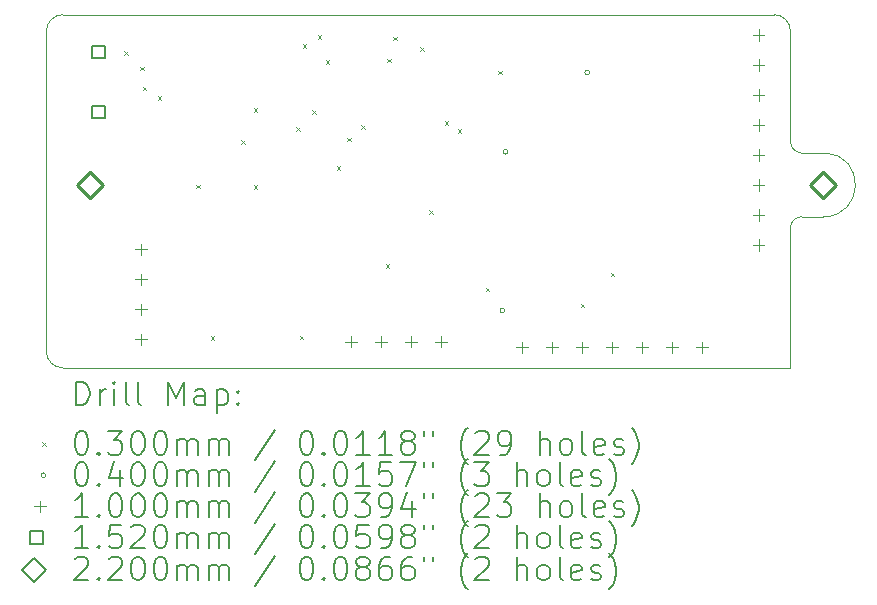
<source format=gbr>
%FSLAX45Y45*%
G04 Gerber Fmt 4.5, Leading zero omitted, Abs format (unit mm)*
G04 Created by KiCad (PCBNEW (6.0.1)) date 2022-11-30 22:24:42*
%MOMM*%
%LPD*%
G01*
G04 APERTURE LIST*
%TA.AperFunction,Profile*%
%ADD10C,0.100000*%
%TD*%
%ADD11C,0.200000*%
%ADD12C,0.030000*%
%ADD13C,0.040000*%
%ADD14C,0.100000*%
%ADD15C,0.152000*%
%ADD16C,0.220000*%
G04 APERTURE END LIST*
D10*
X4520000Y-8390000D02*
X10540332Y-8389668D01*
X4520000Y-8390000D02*
G75*
G03*
X4380000Y-8530000I332J-140332D01*
G01*
X10680332Y-8529668D02*
X10680000Y-9462218D01*
X10680000Y-9462218D02*
G75*
G03*
X10770000Y-9560000I98118J0D01*
G01*
X10680332Y-8529668D02*
G75*
G03*
X10540332Y-8389668I-140332J-332D01*
G01*
X10777782Y-10100000D02*
G75*
G03*
X10680000Y-10190000I0J-98118D01*
G01*
X4379668Y-11240332D02*
G75*
G03*
X4519668Y-11380332I140332J332D01*
G01*
X4380000Y-8530000D02*
X4379668Y-11240332D01*
X4519668Y-11380332D02*
X10680000Y-11380000D01*
X10770000Y-9560000D02*
X10970000Y-9560000D01*
X10680000Y-10190000D02*
X10680000Y-11380000D01*
X10960000Y-10100740D02*
G75*
G03*
X10970000Y-9560000I0J270462D01*
G01*
X10777782Y-10100000D02*
X10960000Y-10100740D01*
D11*
D12*
X5040000Y-8698000D02*
X5070000Y-8728000D01*
X5070000Y-8698000D02*
X5040000Y-8728000D01*
X5177000Y-8829000D02*
X5207000Y-8859000D01*
X5207000Y-8829000D02*
X5177000Y-8859000D01*
X5195000Y-9001000D02*
X5225000Y-9031000D01*
X5225000Y-9001000D02*
X5195000Y-9031000D01*
X5325000Y-9080000D02*
X5355000Y-9110000D01*
X5355000Y-9080000D02*
X5325000Y-9110000D01*
X5648000Y-9829000D02*
X5678000Y-9859000D01*
X5678000Y-9829000D02*
X5648000Y-9859000D01*
X5773000Y-11112000D02*
X5803000Y-11142000D01*
X5803000Y-11112000D02*
X5773000Y-11142000D01*
X6030000Y-9455000D02*
X6060000Y-9485000D01*
X6060000Y-9455000D02*
X6030000Y-9485000D01*
X6136000Y-9184000D02*
X6166000Y-9214000D01*
X6166000Y-9184000D02*
X6136000Y-9214000D01*
X6136000Y-9836000D02*
X6166000Y-9866000D01*
X6166000Y-9836000D02*
X6136000Y-9866000D01*
X6498000Y-9343000D02*
X6528000Y-9373000D01*
X6528000Y-9343000D02*
X6498000Y-9373000D01*
X6524000Y-11110000D02*
X6554000Y-11140000D01*
X6554000Y-11110000D02*
X6524000Y-11140000D01*
X6551000Y-8642000D02*
X6581000Y-8672000D01*
X6581000Y-8642000D02*
X6551000Y-8672000D01*
X6630000Y-9200000D02*
X6660000Y-9230000D01*
X6660000Y-9200000D02*
X6630000Y-9230000D01*
X6677000Y-8566000D02*
X6707000Y-8596000D01*
X6707000Y-8566000D02*
X6677000Y-8596000D01*
X6745000Y-8775000D02*
X6775000Y-8805000D01*
X6775000Y-8775000D02*
X6745000Y-8805000D01*
X6840000Y-9675000D02*
X6870000Y-9705000D01*
X6870000Y-9675000D02*
X6840000Y-9705000D01*
X6930000Y-9430000D02*
X6960000Y-9460000D01*
X6960000Y-9430000D02*
X6930000Y-9460000D01*
X7045000Y-9325000D02*
X7075000Y-9355000D01*
X7075000Y-9325000D02*
X7045000Y-9355000D01*
X7255000Y-10505000D02*
X7285000Y-10535000D01*
X7285000Y-10505000D02*
X7255000Y-10535000D01*
X7265000Y-8764000D02*
X7295000Y-8794000D01*
X7295000Y-8764000D02*
X7265000Y-8794000D01*
X7315000Y-8576000D02*
X7345000Y-8606000D01*
X7345000Y-8576000D02*
X7315000Y-8606000D01*
X7545000Y-8665000D02*
X7575000Y-8695000D01*
X7575000Y-8665000D02*
X7545000Y-8695000D01*
X7622000Y-10044000D02*
X7652000Y-10074000D01*
X7652000Y-10044000D02*
X7622000Y-10074000D01*
X7755000Y-9290000D02*
X7785000Y-9320000D01*
X7785000Y-9290000D02*
X7755000Y-9320000D01*
X7865000Y-9360000D02*
X7895000Y-9390000D01*
X7895000Y-9360000D02*
X7865000Y-9390000D01*
X8100000Y-10702000D02*
X8130000Y-10732000D01*
X8130000Y-10702000D02*
X8100000Y-10732000D01*
X8205000Y-8865000D02*
X8235000Y-8895000D01*
X8235000Y-8865000D02*
X8205000Y-8895000D01*
X8903000Y-10836000D02*
X8933000Y-10866000D01*
X8933000Y-10836000D02*
X8903000Y-10866000D01*
X9158000Y-10573000D02*
X9188000Y-10603000D01*
X9188000Y-10573000D02*
X9158000Y-10603000D01*
D13*
X8261000Y-10896000D02*
G75*
G03*
X8261000Y-10896000I-20000J0D01*
G01*
X8287000Y-9551000D02*
G75*
G03*
X8287000Y-9551000I-20000J0D01*
G01*
X8980000Y-8880000D02*
G75*
G03*
X8980000Y-8880000I-20000J0D01*
G01*
D14*
X5180000Y-10328000D02*
X5180000Y-10428000D01*
X5130000Y-10378000D02*
X5230000Y-10378000D01*
X5180000Y-10582000D02*
X5180000Y-10682000D01*
X5130000Y-10632000D02*
X5230000Y-10632000D01*
X5180000Y-10836000D02*
X5180000Y-10936000D01*
X5130000Y-10886000D02*
X5230000Y-10886000D01*
X5180000Y-11090000D02*
X5180000Y-11190000D01*
X5130000Y-11140000D02*
X5230000Y-11140000D01*
X6960000Y-11107500D02*
X6960000Y-11207500D01*
X6910000Y-11157500D02*
X7010000Y-11157500D01*
X7214000Y-11107500D02*
X7214000Y-11207500D01*
X7164000Y-11157500D02*
X7264000Y-11157500D01*
X7468000Y-11107500D02*
X7468000Y-11207500D01*
X7418000Y-11157500D02*
X7518000Y-11157500D01*
X7722000Y-11107500D02*
X7722000Y-11207500D01*
X7672000Y-11157500D02*
X7772000Y-11157500D01*
X8410000Y-11157500D02*
X8410000Y-11257500D01*
X8360000Y-11207500D02*
X8460000Y-11207500D01*
X8664000Y-11157500D02*
X8664000Y-11257500D01*
X8614000Y-11207500D02*
X8714000Y-11207500D01*
X8918000Y-11157500D02*
X8918000Y-11257500D01*
X8868000Y-11207500D02*
X8968000Y-11207500D01*
X9172000Y-11157500D02*
X9172000Y-11257500D01*
X9122000Y-11207500D02*
X9222000Y-11207500D01*
X9426000Y-11157500D02*
X9426000Y-11257500D01*
X9376000Y-11207500D02*
X9476000Y-11207500D01*
X9680000Y-11157500D02*
X9680000Y-11257500D01*
X9630000Y-11207500D02*
X9730000Y-11207500D01*
X9934000Y-11157500D02*
X9934000Y-11257500D01*
X9884000Y-11207500D02*
X9984000Y-11207500D01*
X10410000Y-8510000D02*
X10410000Y-8610000D01*
X10360000Y-8560000D02*
X10460000Y-8560000D01*
X10410000Y-8764000D02*
X10410000Y-8864000D01*
X10360000Y-8814000D02*
X10460000Y-8814000D01*
X10410000Y-9018000D02*
X10410000Y-9118000D01*
X10360000Y-9068000D02*
X10460000Y-9068000D01*
X10410000Y-9272000D02*
X10410000Y-9372000D01*
X10360000Y-9322000D02*
X10460000Y-9322000D01*
X10410000Y-9526000D02*
X10410000Y-9626000D01*
X10360000Y-9576000D02*
X10460000Y-9576000D01*
X10410000Y-9780000D02*
X10410000Y-9880000D01*
X10360000Y-9830000D02*
X10460000Y-9830000D01*
X10410000Y-10034000D02*
X10410000Y-10134000D01*
X10360000Y-10084000D02*
X10460000Y-10084000D01*
X10410000Y-10288000D02*
X10410000Y-10388000D01*
X10360000Y-10338000D02*
X10460000Y-10338000D01*
D15*
X4873741Y-8759741D02*
X4873741Y-8652259D01*
X4766259Y-8652259D01*
X4766259Y-8759741D01*
X4873741Y-8759741D01*
X4873741Y-9267741D02*
X4873741Y-9160259D01*
X4766259Y-9160259D01*
X4766259Y-9267741D01*
X4873741Y-9267741D01*
D16*
X4750000Y-9940000D02*
X4860000Y-9830000D01*
X4750000Y-9720000D01*
X4640000Y-9830000D01*
X4750000Y-9940000D01*
X10960000Y-9940000D02*
X11070000Y-9830000D01*
X10960000Y-9720000D01*
X10850000Y-9830000D01*
X10960000Y-9940000D01*
D11*
X4632287Y-11695808D02*
X4632287Y-11495808D01*
X4679906Y-11495808D01*
X4708478Y-11505332D01*
X4727525Y-11524380D01*
X4737049Y-11543427D01*
X4746573Y-11581522D01*
X4746573Y-11610094D01*
X4737049Y-11648189D01*
X4727525Y-11667237D01*
X4708478Y-11686284D01*
X4679906Y-11695808D01*
X4632287Y-11695808D01*
X4832287Y-11695808D02*
X4832287Y-11562475D01*
X4832287Y-11600570D02*
X4841811Y-11581522D01*
X4851335Y-11571999D01*
X4870382Y-11562475D01*
X4889430Y-11562475D01*
X4956097Y-11695808D02*
X4956097Y-11562475D01*
X4956097Y-11495808D02*
X4946573Y-11505332D01*
X4956097Y-11514856D01*
X4965620Y-11505332D01*
X4956097Y-11495808D01*
X4956097Y-11514856D01*
X5079906Y-11695808D02*
X5060858Y-11686284D01*
X5051335Y-11667237D01*
X5051335Y-11495808D01*
X5184668Y-11695808D02*
X5165620Y-11686284D01*
X5156097Y-11667237D01*
X5156097Y-11495808D01*
X5413239Y-11695808D02*
X5413239Y-11495808D01*
X5479906Y-11638665D01*
X5546573Y-11495808D01*
X5546573Y-11695808D01*
X5727525Y-11695808D02*
X5727525Y-11591046D01*
X5718001Y-11571999D01*
X5698954Y-11562475D01*
X5660858Y-11562475D01*
X5641811Y-11571999D01*
X5727525Y-11686284D02*
X5708477Y-11695808D01*
X5660858Y-11695808D01*
X5641811Y-11686284D01*
X5632287Y-11667237D01*
X5632287Y-11648189D01*
X5641811Y-11629141D01*
X5660858Y-11619618D01*
X5708477Y-11619618D01*
X5727525Y-11610094D01*
X5822763Y-11562475D02*
X5822763Y-11762475D01*
X5822763Y-11571999D02*
X5841811Y-11562475D01*
X5879906Y-11562475D01*
X5898954Y-11571999D01*
X5908477Y-11581522D01*
X5918001Y-11600570D01*
X5918001Y-11657713D01*
X5908477Y-11676760D01*
X5898954Y-11686284D01*
X5879906Y-11695808D01*
X5841811Y-11695808D01*
X5822763Y-11686284D01*
X6003716Y-11676760D02*
X6013239Y-11686284D01*
X6003716Y-11695808D01*
X5994192Y-11686284D01*
X6003716Y-11676760D01*
X6003716Y-11695808D01*
X6003716Y-11571999D02*
X6013239Y-11581522D01*
X6003716Y-11591046D01*
X5994192Y-11581522D01*
X6003716Y-11571999D01*
X6003716Y-11591046D01*
D12*
X4344668Y-12010332D02*
X4374668Y-12040332D01*
X4374668Y-12010332D02*
X4344668Y-12040332D01*
D11*
X4670382Y-11915808D02*
X4689430Y-11915808D01*
X4708478Y-11925332D01*
X4718001Y-11934856D01*
X4727525Y-11953903D01*
X4737049Y-11991999D01*
X4737049Y-12039618D01*
X4727525Y-12077713D01*
X4718001Y-12096760D01*
X4708478Y-12106284D01*
X4689430Y-12115808D01*
X4670382Y-12115808D01*
X4651335Y-12106284D01*
X4641811Y-12096760D01*
X4632287Y-12077713D01*
X4622763Y-12039618D01*
X4622763Y-11991999D01*
X4632287Y-11953903D01*
X4641811Y-11934856D01*
X4651335Y-11925332D01*
X4670382Y-11915808D01*
X4822763Y-12096760D02*
X4832287Y-12106284D01*
X4822763Y-12115808D01*
X4813239Y-12106284D01*
X4822763Y-12096760D01*
X4822763Y-12115808D01*
X4898954Y-11915808D02*
X5022763Y-11915808D01*
X4956097Y-11991999D01*
X4984668Y-11991999D01*
X5003716Y-12001522D01*
X5013239Y-12011046D01*
X5022763Y-12030094D01*
X5022763Y-12077713D01*
X5013239Y-12096760D01*
X5003716Y-12106284D01*
X4984668Y-12115808D01*
X4927525Y-12115808D01*
X4908478Y-12106284D01*
X4898954Y-12096760D01*
X5146573Y-11915808D02*
X5165620Y-11915808D01*
X5184668Y-11925332D01*
X5194192Y-11934856D01*
X5203716Y-11953903D01*
X5213239Y-11991999D01*
X5213239Y-12039618D01*
X5203716Y-12077713D01*
X5194192Y-12096760D01*
X5184668Y-12106284D01*
X5165620Y-12115808D01*
X5146573Y-12115808D01*
X5127525Y-12106284D01*
X5118001Y-12096760D01*
X5108478Y-12077713D01*
X5098954Y-12039618D01*
X5098954Y-11991999D01*
X5108478Y-11953903D01*
X5118001Y-11934856D01*
X5127525Y-11925332D01*
X5146573Y-11915808D01*
X5337049Y-11915808D02*
X5356097Y-11915808D01*
X5375144Y-11925332D01*
X5384668Y-11934856D01*
X5394192Y-11953903D01*
X5403716Y-11991999D01*
X5403716Y-12039618D01*
X5394192Y-12077713D01*
X5384668Y-12096760D01*
X5375144Y-12106284D01*
X5356097Y-12115808D01*
X5337049Y-12115808D01*
X5318001Y-12106284D01*
X5308478Y-12096760D01*
X5298954Y-12077713D01*
X5289430Y-12039618D01*
X5289430Y-11991999D01*
X5298954Y-11953903D01*
X5308478Y-11934856D01*
X5318001Y-11925332D01*
X5337049Y-11915808D01*
X5489430Y-12115808D02*
X5489430Y-11982475D01*
X5489430Y-12001522D02*
X5498954Y-11991999D01*
X5518001Y-11982475D01*
X5546573Y-11982475D01*
X5565620Y-11991999D01*
X5575144Y-12011046D01*
X5575144Y-12115808D01*
X5575144Y-12011046D02*
X5584668Y-11991999D01*
X5603716Y-11982475D01*
X5632287Y-11982475D01*
X5651335Y-11991999D01*
X5660858Y-12011046D01*
X5660858Y-12115808D01*
X5756096Y-12115808D02*
X5756096Y-11982475D01*
X5756096Y-12001522D02*
X5765620Y-11991999D01*
X5784668Y-11982475D01*
X5813239Y-11982475D01*
X5832287Y-11991999D01*
X5841811Y-12011046D01*
X5841811Y-12115808D01*
X5841811Y-12011046D02*
X5851335Y-11991999D01*
X5870382Y-11982475D01*
X5898954Y-11982475D01*
X5918001Y-11991999D01*
X5927525Y-12011046D01*
X5927525Y-12115808D01*
X6318001Y-11906284D02*
X6146573Y-12163427D01*
X6575144Y-11915808D02*
X6594192Y-11915808D01*
X6613239Y-11925332D01*
X6622763Y-11934856D01*
X6632287Y-11953903D01*
X6641811Y-11991999D01*
X6641811Y-12039618D01*
X6632287Y-12077713D01*
X6622763Y-12096760D01*
X6613239Y-12106284D01*
X6594192Y-12115808D01*
X6575144Y-12115808D01*
X6556096Y-12106284D01*
X6546573Y-12096760D01*
X6537049Y-12077713D01*
X6527525Y-12039618D01*
X6527525Y-11991999D01*
X6537049Y-11953903D01*
X6546573Y-11934856D01*
X6556096Y-11925332D01*
X6575144Y-11915808D01*
X6727525Y-12096760D02*
X6737049Y-12106284D01*
X6727525Y-12115808D01*
X6718001Y-12106284D01*
X6727525Y-12096760D01*
X6727525Y-12115808D01*
X6860858Y-11915808D02*
X6879906Y-11915808D01*
X6898954Y-11925332D01*
X6908477Y-11934856D01*
X6918001Y-11953903D01*
X6927525Y-11991999D01*
X6927525Y-12039618D01*
X6918001Y-12077713D01*
X6908477Y-12096760D01*
X6898954Y-12106284D01*
X6879906Y-12115808D01*
X6860858Y-12115808D01*
X6841811Y-12106284D01*
X6832287Y-12096760D01*
X6822763Y-12077713D01*
X6813239Y-12039618D01*
X6813239Y-11991999D01*
X6822763Y-11953903D01*
X6832287Y-11934856D01*
X6841811Y-11925332D01*
X6860858Y-11915808D01*
X7118001Y-12115808D02*
X7003716Y-12115808D01*
X7060858Y-12115808D02*
X7060858Y-11915808D01*
X7041811Y-11944380D01*
X7022763Y-11963427D01*
X7003716Y-11972951D01*
X7308477Y-12115808D02*
X7194192Y-12115808D01*
X7251335Y-12115808D02*
X7251335Y-11915808D01*
X7232287Y-11944380D01*
X7213239Y-11963427D01*
X7194192Y-11972951D01*
X7422763Y-12001522D02*
X7403716Y-11991999D01*
X7394192Y-11982475D01*
X7384668Y-11963427D01*
X7384668Y-11953903D01*
X7394192Y-11934856D01*
X7403716Y-11925332D01*
X7422763Y-11915808D01*
X7460858Y-11915808D01*
X7479906Y-11925332D01*
X7489430Y-11934856D01*
X7498954Y-11953903D01*
X7498954Y-11963427D01*
X7489430Y-11982475D01*
X7479906Y-11991999D01*
X7460858Y-12001522D01*
X7422763Y-12001522D01*
X7403716Y-12011046D01*
X7394192Y-12020570D01*
X7384668Y-12039618D01*
X7384668Y-12077713D01*
X7394192Y-12096760D01*
X7403716Y-12106284D01*
X7422763Y-12115808D01*
X7460858Y-12115808D01*
X7479906Y-12106284D01*
X7489430Y-12096760D01*
X7498954Y-12077713D01*
X7498954Y-12039618D01*
X7489430Y-12020570D01*
X7479906Y-12011046D01*
X7460858Y-12001522D01*
X7575144Y-11915808D02*
X7575144Y-11953903D01*
X7651335Y-11915808D02*
X7651335Y-11953903D01*
X7946573Y-12191999D02*
X7937049Y-12182475D01*
X7918001Y-12153903D01*
X7908477Y-12134856D01*
X7898954Y-12106284D01*
X7889430Y-12058665D01*
X7889430Y-12020570D01*
X7898954Y-11972951D01*
X7908477Y-11944380D01*
X7918001Y-11925332D01*
X7937049Y-11896760D01*
X7946573Y-11887237D01*
X8013239Y-11934856D02*
X8022763Y-11925332D01*
X8041811Y-11915808D01*
X8089430Y-11915808D01*
X8108477Y-11925332D01*
X8118001Y-11934856D01*
X8127525Y-11953903D01*
X8127525Y-11972951D01*
X8118001Y-12001522D01*
X8003716Y-12115808D01*
X8127525Y-12115808D01*
X8222763Y-12115808D02*
X8260858Y-12115808D01*
X8279906Y-12106284D01*
X8289430Y-12096760D01*
X8308477Y-12068189D01*
X8318001Y-12030094D01*
X8318001Y-11953903D01*
X8308477Y-11934856D01*
X8298954Y-11925332D01*
X8279906Y-11915808D01*
X8241811Y-11915808D01*
X8222763Y-11925332D01*
X8213239Y-11934856D01*
X8203716Y-11953903D01*
X8203716Y-12001522D01*
X8213239Y-12020570D01*
X8222763Y-12030094D01*
X8241811Y-12039618D01*
X8279906Y-12039618D01*
X8298954Y-12030094D01*
X8308477Y-12020570D01*
X8318001Y-12001522D01*
X8556097Y-12115808D02*
X8556097Y-11915808D01*
X8641811Y-12115808D02*
X8641811Y-12011046D01*
X8632287Y-11991999D01*
X8613239Y-11982475D01*
X8584668Y-11982475D01*
X8565620Y-11991999D01*
X8556097Y-12001522D01*
X8765620Y-12115808D02*
X8746573Y-12106284D01*
X8737049Y-12096760D01*
X8727525Y-12077713D01*
X8727525Y-12020570D01*
X8737049Y-12001522D01*
X8746573Y-11991999D01*
X8765620Y-11982475D01*
X8794192Y-11982475D01*
X8813239Y-11991999D01*
X8822763Y-12001522D01*
X8832287Y-12020570D01*
X8832287Y-12077713D01*
X8822763Y-12096760D01*
X8813239Y-12106284D01*
X8794192Y-12115808D01*
X8765620Y-12115808D01*
X8946573Y-12115808D02*
X8927525Y-12106284D01*
X8918001Y-12087237D01*
X8918001Y-11915808D01*
X9098954Y-12106284D02*
X9079906Y-12115808D01*
X9041811Y-12115808D01*
X9022763Y-12106284D01*
X9013239Y-12087237D01*
X9013239Y-12011046D01*
X9022763Y-11991999D01*
X9041811Y-11982475D01*
X9079906Y-11982475D01*
X9098954Y-11991999D01*
X9108478Y-12011046D01*
X9108478Y-12030094D01*
X9013239Y-12049141D01*
X9184668Y-12106284D02*
X9203716Y-12115808D01*
X9241811Y-12115808D01*
X9260858Y-12106284D01*
X9270382Y-12087237D01*
X9270382Y-12077713D01*
X9260858Y-12058665D01*
X9241811Y-12049141D01*
X9213239Y-12049141D01*
X9194192Y-12039618D01*
X9184668Y-12020570D01*
X9184668Y-12011046D01*
X9194192Y-11991999D01*
X9213239Y-11982475D01*
X9241811Y-11982475D01*
X9260858Y-11991999D01*
X9337049Y-12191999D02*
X9346573Y-12182475D01*
X9365620Y-12153903D01*
X9375144Y-12134856D01*
X9384668Y-12106284D01*
X9394192Y-12058665D01*
X9394192Y-12020570D01*
X9384668Y-11972951D01*
X9375144Y-11944380D01*
X9365620Y-11925332D01*
X9346573Y-11896760D01*
X9337049Y-11887237D01*
D13*
X4374668Y-12289332D02*
G75*
G03*
X4374668Y-12289332I-20000J0D01*
G01*
D11*
X4670382Y-12179808D02*
X4689430Y-12179808D01*
X4708478Y-12189332D01*
X4718001Y-12198856D01*
X4727525Y-12217903D01*
X4737049Y-12255999D01*
X4737049Y-12303618D01*
X4727525Y-12341713D01*
X4718001Y-12360760D01*
X4708478Y-12370284D01*
X4689430Y-12379808D01*
X4670382Y-12379808D01*
X4651335Y-12370284D01*
X4641811Y-12360760D01*
X4632287Y-12341713D01*
X4622763Y-12303618D01*
X4622763Y-12255999D01*
X4632287Y-12217903D01*
X4641811Y-12198856D01*
X4651335Y-12189332D01*
X4670382Y-12179808D01*
X4822763Y-12360760D02*
X4832287Y-12370284D01*
X4822763Y-12379808D01*
X4813239Y-12370284D01*
X4822763Y-12360760D01*
X4822763Y-12379808D01*
X5003716Y-12246475D02*
X5003716Y-12379808D01*
X4956097Y-12170284D02*
X4908478Y-12313141D01*
X5032287Y-12313141D01*
X5146573Y-12179808D02*
X5165620Y-12179808D01*
X5184668Y-12189332D01*
X5194192Y-12198856D01*
X5203716Y-12217903D01*
X5213239Y-12255999D01*
X5213239Y-12303618D01*
X5203716Y-12341713D01*
X5194192Y-12360760D01*
X5184668Y-12370284D01*
X5165620Y-12379808D01*
X5146573Y-12379808D01*
X5127525Y-12370284D01*
X5118001Y-12360760D01*
X5108478Y-12341713D01*
X5098954Y-12303618D01*
X5098954Y-12255999D01*
X5108478Y-12217903D01*
X5118001Y-12198856D01*
X5127525Y-12189332D01*
X5146573Y-12179808D01*
X5337049Y-12179808D02*
X5356097Y-12179808D01*
X5375144Y-12189332D01*
X5384668Y-12198856D01*
X5394192Y-12217903D01*
X5403716Y-12255999D01*
X5403716Y-12303618D01*
X5394192Y-12341713D01*
X5384668Y-12360760D01*
X5375144Y-12370284D01*
X5356097Y-12379808D01*
X5337049Y-12379808D01*
X5318001Y-12370284D01*
X5308478Y-12360760D01*
X5298954Y-12341713D01*
X5289430Y-12303618D01*
X5289430Y-12255999D01*
X5298954Y-12217903D01*
X5308478Y-12198856D01*
X5318001Y-12189332D01*
X5337049Y-12179808D01*
X5489430Y-12379808D02*
X5489430Y-12246475D01*
X5489430Y-12265522D02*
X5498954Y-12255999D01*
X5518001Y-12246475D01*
X5546573Y-12246475D01*
X5565620Y-12255999D01*
X5575144Y-12275046D01*
X5575144Y-12379808D01*
X5575144Y-12275046D02*
X5584668Y-12255999D01*
X5603716Y-12246475D01*
X5632287Y-12246475D01*
X5651335Y-12255999D01*
X5660858Y-12275046D01*
X5660858Y-12379808D01*
X5756096Y-12379808D02*
X5756096Y-12246475D01*
X5756096Y-12265522D02*
X5765620Y-12255999D01*
X5784668Y-12246475D01*
X5813239Y-12246475D01*
X5832287Y-12255999D01*
X5841811Y-12275046D01*
X5841811Y-12379808D01*
X5841811Y-12275046D02*
X5851335Y-12255999D01*
X5870382Y-12246475D01*
X5898954Y-12246475D01*
X5918001Y-12255999D01*
X5927525Y-12275046D01*
X5927525Y-12379808D01*
X6318001Y-12170284D02*
X6146573Y-12427427D01*
X6575144Y-12179808D02*
X6594192Y-12179808D01*
X6613239Y-12189332D01*
X6622763Y-12198856D01*
X6632287Y-12217903D01*
X6641811Y-12255999D01*
X6641811Y-12303618D01*
X6632287Y-12341713D01*
X6622763Y-12360760D01*
X6613239Y-12370284D01*
X6594192Y-12379808D01*
X6575144Y-12379808D01*
X6556096Y-12370284D01*
X6546573Y-12360760D01*
X6537049Y-12341713D01*
X6527525Y-12303618D01*
X6527525Y-12255999D01*
X6537049Y-12217903D01*
X6546573Y-12198856D01*
X6556096Y-12189332D01*
X6575144Y-12179808D01*
X6727525Y-12360760D02*
X6737049Y-12370284D01*
X6727525Y-12379808D01*
X6718001Y-12370284D01*
X6727525Y-12360760D01*
X6727525Y-12379808D01*
X6860858Y-12179808D02*
X6879906Y-12179808D01*
X6898954Y-12189332D01*
X6908477Y-12198856D01*
X6918001Y-12217903D01*
X6927525Y-12255999D01*
X6927525Y-12303618D01*
X6918001Y-12341713D01*
X6908477Y-12360760D01*
X6898954Y-12370284D01*
X6879906Y-12379808D01*
X6860858Y-12379808D01*
X6841811Y-12370284D01*
X6832287Y-12360760D01*
X6822763Y-12341713D01*
X6813239Y-12303618D01*
X6813239Y-12255999D01*
X6822763Y-12217903D01*
X6832287Y-12198856D01*
X6841811Y-12189332D01*
X6860858Y-12179808D01*
X7118001Y-12379808D02*
X7003716Y-12379808D01*
X7060858Y-12379808D02*
X7060858Y-12179808D01*
X7041811Y-12208380D01*
X7022763Y-12227427D01*
X7003716Y-12236951D01*
X7298954Y-12179808D02*
X7203716Y-12179808D01*
X7194192Y-12275046D01*
X7203716Y-12265522D01*
X7222763Y-12255999D01*
X7270382Y-12255999D01*
X7289430Y-12265522D01*
X7298954Y-12275046D01*
X7308477Y-12294094D01*
X7308477Y-12341713D01*
X7298954Y-12360760D01*
X7289430Y-12370284D01*
X7270382Y-12379808D01*
X7222763Y-12379808D01*
X7203716Y-12370284D01*
X7194192Y-12360760D01*
X7375144Y-12179808D02*
X7508477Y-12179808D01*
X7422763Y-12379808D01*
X7575144Y-12179808D02*
X7575144Y-12217903D01*
X7651335Y-12179808D02*
X7651335Y-12217903D01*
X7946573Y-12455999D02*
X7937049Y-12446475D01*
X7918001Y-12417903D01*
X7908477Y-12398856D01*
X7898954Y-12370284D01*
X7889430Y-12322665D01*
X7889430Y-12284570D01*
X7898954Y-12236951D01*
X7908477Y-12208380D01*
X7918001Y-12189332D01*
X7937049Y-12160760D01*
X7946573Y-12151237D01*
X8003716Y-12179808D02*
X8127525Y-12179808D01*
X8060858Y-12255999D01*
X8089430Y-12255999D01*
X8108477Y-12265522D01*
X8118001Y-12275046D01*
X8127525Y-12294094D01*
X8127525Y-12341713D01*
X8118001Y-12360760D01*
X8108477Y-12370284D01*
X8089430Y-12379808D01*
X8032287Y-12379808D01*
X8013239Y-12370284D01*
X8003716Y-12360760D01*
X8365620Y-12379808D02*
X8365620Y-12179808D01*
X8451335Y-12379808D02*
X8451335Y-12275046D01*
X8441811Y-12255999D01*
X8422763Y-12246475D01*
X8394192Y-12246475D01*
X8375144Y-12255999D01*
X8365620Y-12265522D01*
X8575144Y-12379808D02*
X8556097Y-12370284D01*
X8546573Y-12360760D01*
X8537049Y-12341713D01*
X8537049Y-12284570D01*
X8546573Y-12265522D01*
X8556097Y-12255999D01*
X8575144Y-12246475D01*
X8603716Y-12246475D01*
X8622763Y-12255999D01*
X8632287Y-12265522D01*
X8641811Y-12284570D01*
X8641811Y-12341713D01*
X8632287Y-12360760D01*
X8622763Y-12370284D01*
X8603716Y-12379808D01*
X8575144Y-12379808D01*
X8756097Y-12379808D02*
X8737049Y-12370284D01*
X8727525Y-12351237D01*
X8727525Y-12179808D01*
X8908478Y-12370284D02*
X8889430Y-12379808D01*
X8851335Y-12379808D01*
X8832287Y-12370284D01*
X8822763Y-12351237D01*
X8822763Y-12275046D01*
X8832287Y-12255999D01*
X8851335Y-12246475D01*
X8889430Y-12246475D01*
X8908478Y-12255999D01*
X8918001Y-12275046D01*
X8918001Y-12294094D01*
X8822763Y-12313141D01*
X8994192Y-12370284D02*
X9013239Y-12379808D01*
X9051335Y-12379808D01*
X9070382Y-12370284D01*
X9079906Y-12351237D01*
X9079906Y-12341713D01*
X9070382Y-12322665D01*
X9051335Y-12313141D01*
X9022763Y-12313141D01*
X9003716Y-12303618D01*
X8994192Y-12284570D01*
X8994192Y-12275046D01*
X9003716Y-12255999D01*
X9022763Y-12246475D01*
X9051335Y-12246475D01*
X9070382Y-12255999D01*
X9146573Y-12455999D02*
X9156097Y-12446475D01*
X9175144Y-12417903D01*
X9184668Y-12398856D01*
X9194192Y-12370284D01*
X9203716Y-12322665D01*
X9203716Y-12284570D01*
X9194192Y-12236951D01*
X9184668Y-12208380D01*
X9175144Y-12189332D01*
X9156097Y-12160760D01*
X9146573Y-12151237D01*
D14*
X4324668Y-12503332D02*
X4324668Y-12603332D01*
X4274668Y-12553332D02*
X4374668Y-12553332D01*
D11*
X4737049Y-12643808D02*
X4622763Y-12643808D01*
X4679906Y-12643808D02*
X4679906Y-12443808D01*
X4660858Y-12472380D01*
X4641811Y-12491427D01*
X4622763Y-12500951D01*
X4822763Y-12624760D02*
X4832287Y-12634284D01*
X4822763Y-12643808D01*
X4813239Y-12634284D01*
X4822763Y-12624760D01*
X4822763Y-12643808D01*
X4956097Y-12443808D02*
X4975144Y-12443808D01*
X4994192Y-12453332D01*
X5003716Y-12462856D01*
X5013239Y-12481903D01*
X5022763Y-12519999D01*
X5022763Y-12567618D01*
X5013239Y-12605713D01*
X5003716Y-12624760D01*
X4994192Y-12634284D01*
X4975144Y-12643808D01*
X4956097Y-12643808D01*
X4937049Y-12634284D01*
X4927525Y-12624760D01*
X4918001Y-12605713D01*
X4908478Y-12567618D01*
X4908478Y-12519999D01*
X4918001Y-12481903D01*
X4927525Y-12462856D01*
X4937049Y-12453332D01*
X4956097Y-12443808D01*
X5146573Y-12443808D02*
X5165620Y-12443808D01*
X5184668Y-12453332D01*
X5194192Y-12462856D01*
X5203716Y-12481903D01*
X5213239Y-12519999D01*
X5213239Y-12567618D01*
X5203716Y-12605713D01*
X5194192Y-12624760D01*
X5184668Y-12634284D01*
X5165620Y-12643808D01*
X5146573Y-12643808D01*
X5127525Y-12634284D01*
X5118001Y-12624760D01*
X5108478Y-12605713D01*
X5098954Y-12567618D01*
X5098954Y-12519999D01*
X5108478Y-12481903D01*
X5118001Y-12462856D01*
X5127525Y-12453332D01*
X5146573Y-12443808D01*
X5337049Y-12443808D02*
X5356097Y-12443808D01*
X5375144Y-12453332D01*
X5384668Y-12462856D01*
X5394192Y-12481903D01*
X5403716Y-12519999D01*
X5403716Y-12567618D01*
X5394192Y-12605713D01*
X5384668Y-12624760D01*
X5375144Y-12634284D01*
X5356097Y-12643808D01*
X5337049Y-12643808D01*
X5318001Y-12634284D01*
X5308478Y-12624760D01*
X5298954Y-12605713D01*
X5289430Y-12567618D01*
X5289430Y-12519999D01*
X5298954Y-12481903D01*
X5308478Y-12462856D01*
X5318001Y-12453332D01*
X5337049Y-12443808D01*
X5489430Y-12643808D02*
X5489430Y-12510475D01*
X5489430Y-12529522D02*
X5498954Y-12519999D01*
X5518001Y-12510475D01*
X5546573Y-12510475D01*
X5565620Y-12519999D01*
X5575144Y-12539046D01*
X5575144Y-12643808D01*
X5575144Y-12539046D02*
X5584668Y-12519999D01*
X5603716Y-12510475D01*
X5632287Y-12510475D01*
X5651335Y-12519999D01*
X5660858Y-12539046D01*
X5660858Y-12643808D01*
X5756096Y-12643808D02*
X5756096Y-12510475D01*
X5756096Y-12529522D02*
X5765620Y-12519999D01*
X5784668Y-12510475D01*
X5813239Y-12510475D01*
X5832287Y-12519999D01*
X5841811Y-12539046D01*
X5841811Y-12643808D01*
X5841811Y-12539046D02*
X5851335Y-12519999D01*
X5870382Y-12510475D01*
X5898954Y-12510475D01*
X5918001Y-12519999D01*
X5927525Y-12539046D01*
X5927525Y-12643808D01*
X6318001Y-12434284D02*
X6146573Y-12691427D01*
X6575144Y-12443808D02*
X6594192Y-12443808D01*
X6613239Y-12453332D01*
X6622763Y-12462856D01*
X6632287Y-12481903D01*
X6641811Y-12519999D01*
X6641811Y-12567618D01*
X6632287Y-12605713D01*
X6622763Y-12624760D01*
X6613239Y-12634284D01*
X6594192Y-12643808D01*
X6575144Y-12643808D01*
X6556096Y-12634284D01*
X6546573Y-12624760D01*
X6537049Y-12605713D01*
X6527525Y-12567618D01*
X6527525Y-12519999D01*
X6537049Y-12481903D01*
X6546573Y-12462856D01*
X6556096Y-12453332D01*
X6575144Y-12443808D01*
X6727525Y-12624760D02*
X6737049Y-12634284D01*
X6727525Y-12643808D01*
X6718001Y-12634284D01*
X6727525Y-12624760D01*
X6727525Y-12643808D01*
X6860858Y-12443808D02*
X6879906Y-12443808D01*
X6898954Y-12453332D01*
X6908477Y-12462856D01*
X6918001Y-12481903D01*
X6927525Y-12519999D01*
X6927525Y-12567618D01*
X6918001Y-12605713D01*
X6908477Y-12624760D01*
X6898954Y-12634284D01*
X6879906Y-12643808D01*
X6860858Y-12643808D01*
X6841811Y-12634284D01*
X6832287Y-12624760D01*
X6822763Y-12605713D01*
X6813239Y-12567618D01*
X6813239Y-12519999D01*
X6822763Y-12481903D01*
X6832287Y-12462856D01*
X6841811Y-12453332D01*
X6860858Y-12443808D01*
X6994192Y-12443808D02*
X7118001Y-12443808D01*
X7051335Y-12519999D01*
X7079906Y-12519999D01*
X7098954Y-12529522D01*
X7108477Y-12539046D01*
X7118001Y-12558094D01*
X7118001Y-12605713D01*
X7108477Y-12624760D01*
X7098954Y-12634284D01*
X7079906Y-12643808D01*
X7022763Y-12643808D01*
X7003716Y-12634284D01*
X6994192Y-12624760D01*
X7213239Y-12643808D02*
X7251335Y-12643808D01*
X7270382Y-12634284D01*
X7279906Y-12624760D01*
X7298954Y-12596189D01*
X7308477Y-12558094D01*
X7308477Y-12481903D01*
X7298954Y-12462856D01*
X7289430Y-12453332D01*
X7270382Y-12443808D01*
X7232287Y-12443808D01*
X7213239Y-12453332D01*
X7203716Y-12462856D01*
X7194192Y-12481903D01*
X7194192Y-12529522D01*
X7203716Y-12548570D01*
X7213239Y-12558094D01*
X7232287Y-12567618D01*
X7270382Y-12567618D01*
X7289430Y-12558094D01*
X7298954Y-12548570D01*
X7308477Y-12529522D01*
X7479906Y-12510475D02*
X7479906Y-12643808D01*
X7432287Y-12434284D02*
X7384668Y-12577141D01*
X7508477Y-12577141D01*
X7575144Y-12443808D02*
X7575144Y-12481903D01*
X7651335Y-12443808D02*
X7651335Y-12481903D01*
X7946573Y-12719999D02*
X7937049Y-12710475D01*
X7918001Y-12681903D01*
X7908477Y-12662856D01*
X7898954Y-12634284D01*
X7889430Y-12586665D01*
X7889430Y-12548570D01*
X7898954Y-12500951D01*
X7908477Y-12472380D01*
X7918001Y-12453332D01*
X7937049Y-12424760D01*
X7946573Y-12415237D01*
X8013239Y-12462856D02*
X8022763Y-12453332D01*
X8041811Y-12443808D01*
X8089430Y-12443808D01*
X8108477Y-12453332D01*
X8118001Y-12462856D01*
X8127525Y-12481903D01*
X8127525Y-12500951D01*
X8118001Y-12529522D01*
X8003716Y-12643808D01*
X8127525Y-12643808D01*
X8194192Y-12443808D02*
X8318001Y-12443808D01*
X8251335Y-12519999D01*
X8279906Y-12519999D01*
X8298954Y-12529522D01*
X8308477Y-12539046D01*
X8318001Y-12558094D01*
X8318001Y-12605713D01*
X8308477Y-12624760D01*
X8298954Y-12634284D01*
X8279906Y-12643808D01*
X8222763Y-12643808D01*
X8203716Y-12634284D01*
X8194192Y-12624760D01*
X8556097Y-12643808D02*
X8556097Y-12443808D01*
X8641811Y-12643808D02*
X8641811Y-12539046D01*
X8632287Y-12519999D01*
X8613239Y-12510475D01*
X8584668Y-12510475D01*
X8565620Y-12519999D01*
X8556097Y-12529522D01*
X8765620Y-12643808D02*
X8746573Y-12634284D01*
X8737049Y-12624760D01*
X8727525Y-12605713D01*
X8727525Y-12548570D01*
X8737049Y-12529522D01*
X8746573Y-12519999D01*
X8765620Y-12510475D01*
X8794192Y-12510475D01*
X8813239Y-12519999D01*
X8822763Y-12529522D01*
X8832287Y-12548570D01*
X8832287Y-12605713D01*
X8822763Y-12624760D01*
X8813239Y-12634284D01*
X8794192Y-12643808D01*
X8765620Y-12643808D01*
X8946573Y-12643808D02*
X8927525Y-12634284D01*
X8918001Y-12615237D01*
X8918001Y-12443808D01*
X9098954Y-12634284D02*
X9079906Y-12643808D01*
X9041811Y-12643808D01*
X9022763Y-12634284D01*
X9013239Y-12615237D01*
X9013239Y-12539046D01*
X9022763Y-12519999D01*
X9041811Y-12510475D01*
X9079906Y-12510475D01*
X9098954Y-12519999D01*
X9108478Y-12539046D01*
X9108478Y-12558094D01*
X9013239Y-12577141D01*
X9184668Y-12634284D02*
X9203716Y-12643808D01*
X9241811Y-12643808D01*
X9260858Y-12634284D01*
X9270382Y-12615237D01*
X9270382Y-12605713D01*
X9260858Y-12586665D01*
X9241811Y-12577141D01*
X9213239Y-12577141D01*
X9194192Y-12567618D01*
X9184668Y-12548570D01*
X9184668Y-12539046D01*
X9194192Y-12519999D01*
X9213239Y-12510475D01*
X9241811Y-12510475D01*
X9260858Y-12519999D01*
X9337049Y-12719999D02*
X9346573Y-12710475D01*
X9365620Y-12681903D01*
X9375144Y-12662856D01*
X9384668Y-12634284D01*
X9394192Y-12586665D01*
X9394192Y-12548570D01*
X9384668Y-12500951D01*
X9375144Y-12472380D01*
X9365620Y-12453332D01*
X9346573Y-12424760D01*
X9337049Y-12415237D01*
D15*
X4352409Y-12871073D02*
X4352409Y-12763591D01*
X4244927Y-12763591D01*
X4244927Y-12871073D01*
X4352409Y-12871073D01*
D11*
X4737049Y-12907808D02*
X4622763Y-12907808D01*
X4679906Y-12907808D02*
X4679906Y-12707808D01*
X4660858Y-12736380D01*
X4641811Y-12755427D01*
X4622763Y-12764951D01*
X4822763Y-12888760D02*
X4832287Y-12898284D01*
X4822763Y-12907808D01*
X4813239Y-12898284D01*
X4822763Y-12888760D01*
X4822763Y-12907808D01*
X5013239Y-12707808D02*
X4918001Y-12707808D01*
X4908478Y-12803046D01*
X4918001Y-12793522D01*
X4937049Y-12783999D01*
X4984668Y-12783999D01*
X5003716Y-12793522D01*
X5013239Y-12803046D01*
X5022763Y-12822094D01*
X5022763Y-12869713D01*
X5013239Y-12888760D01*
X5003716Y-12898284D01*
X4984668Y-12907808D01*
X4937049Y-12907808D01*
X4918001Y-12898284D01*
X4908478Y-12888760D01*
X5098954Y-12726856D02*
X5108478Y-12717332D01*
X5127525Y-12707808D01*
X5175144Y-12707808D01*
X5194192Y-12717332D01*
X5203716Y-12726856D01*
X5213239Y-12745903D01*
X5213239Y-12764951D01*
X5203716Y-12793522D01*
X5089430Y-12907808D01*
X5213239Y-12907808D01*
X5337049Y-12707808D02*
X5356097Y-12707808D01*
X5375144Y-12717332D01*
X5384668Y-12726856D01*
X5394192Y-12745903D01*
X5403716Y-12783999D01*
X5403716Y-12831618D01*
X5394192Y-12869713D01*
X5384668Y-12888760D01*
X5375144Y-12898284D01*
X5356097Y-12907808D01*
X5337049Y-12907808D01*
X5318001Y-12898284D01*
X5308478Y-12888760D01*
X5298954Y-12869713D01*
X5289430Y-12831618D01*
X5289430Y-12783999D01*
X5298954Y-12745903D01*
X5308478Y-12726856D01*
X5318001Y-12717332D01*
X5337049Y-12707808D01*
X5489430Y-12907808D02*
X5489430Y-12774475D01*
X5489430Y-12793522D02*
X5498954Y-12783999D01*
X5518001Y-12774475D01*
X5546573Y-12774475D01*
X5565620Y-12783999D01*
X5575144Y-12803046D01*
X5575144Y-12907808D01*
X5575144Y-12803046D02*
X5584668Y-12783999D01*
X5603716Y-12774475D01*
X5632287Y-12774475D01*
X5651335Y-12783999D01*
X5660858Y-12803046D01*
X5660858Y-12907808D01*
X5756096Y-12907808D02*
X5756096Y-12774475D01*
X5756096Y-12793522D02*
X5765620Y-12783999D01*
X5784668Y-12774475D01*
X5813239Y-12774475D01*
X5832287Y-12783999D01*
X5841811Y-12803046D01*
X5841811Y-12907808D01*
X5841811Y-12803046D02*
X5851335Y-12783999D01*
X5870382Y-12774475D01*
X5898954Y-12774475D01*
X5918001Y-12783999D01*
X5927525Y-12803046D01*
X5927525Y-12907808D01*
X6318001Y-12698284D02*
X6146573Y-12955427D01*
X6575144Y-12707808D02*
X6594192Y-12707808D01*
X6613239Y-12717332D01*
X6622763Y-12726856D01*
X6632287Y-12745903D01*
X6641811Y-12783999D01*
X6641811Y-12831618D01*
X6632287Y-12869713D01*
X6622763Y-12888760D01*
X6613239Y-12898284D01*
X6594192Y-12907808D01*
X6575144Y-12907808D01*
X6556096Y-12898284D01*
X6546573Y-12888760D01*
X6537049Y-12869713D01*
X6527525Y-12831618D01*
X6527525Y-12783999D01*
X6537049Y-12745903D01*
X6546573Y-12726856D01*
X6556096Y-12717332D01*
X6575144Y-12707808D01*
X6727525Y-12888760D02*
X6737049Y-12898284D01*
X6727525Y-12907808D01*
X6718001Y-12898284D01*
X6727525Y-12888760D01*
X6727525Y-12907808D01*
X6860858Y-12707808D02*
X6879906Y-12707808D01*
X6898954Y-12717332D01*
X6908477Y-12726856D01*
X6918001Y-12745903D01*
X6927525Y-12783999D01*
X6927525Y-12831618D01*
X6918001Y-12869713D01*
X6908477Y-12888760D01*
X6898954Y-12898284D01*
X6879906Y-12907808D01*
X6860858Y-12907808D01*
X6841811Y-12898284D01*
X6832287Y-12888760D01*
X6822763Y-12869713D01*
X6813239Y-12831618D01*
X6813239Y-12783999D01*
X6822763Y-12745903D01*
X6832287Y-12726856D01*
X6841811Y-12717332D01*
X6860858Y-12707808D01*
X7108477Y-12707808D02*
X7013239Y-12707808D01*
X7003716Y-12803046D01*
X7013239Y-12793522D01*
X7032287Y-12783999D01*
X7079906Y-12783999D01*
X7098954Y-12793522D01*
X7108477Y-12803046D01*
X7118001Y-12822094D01*
X7118001Y-12869713D01*
X7108477Y-12888760D01*
X7098954Y-12898284D01*
X7079906Y-12907808D01*
X7032287Y-12907808D01*
X7013239Y-12898284D01*
X7003716Y-12888760D01*
X7213239Y-12907808D02*
X7251335Y-12907808D01*
X7270382Y-12898284D01*
X7279906Y-12888760D01*
X7298954Y-12860189D01*
X7308477Y-12822094D01*
X7308477Y-12745903D01*
X7298954Y-12726856D01*
X7289430Y-12717332D01*
X7270382Y-12707808D01*
X7232287Y-12707808D01*
X7213239Y-12717332D01*
X7203716Y-12726856D01*
X7194192Y-12745903D01*
X7194192Y-12793522D01*
X7203716Y-12812570D01*
X7213239Y-12822094D01*
X7232287Y-12831618D01*
X7270382Y-12831618D01*
X7289430Y-12822094D01*
X7298954Y-12812570D01*
X7308477Y-12793522D01*
X7422763Y-12793522D02*
X7403716Y-12783999D01*
X7394192Y-12774475D01*
X7384668Y-12755427D01*
X7384668Y-12745903D01*
X7394192Y-12726856D01*
X7403716Y-12717332D01*
X7422763Y-12707808D01*
X7460858Y-12707808D01*
X7479906Y-12717332D01*
X7489430Y-12726856D01*
X7498954Y-12745903D01*
X7498954Y-12755427D01*
X7489430Y-12774475D01*
X7479906Y-12783999D01*
X7460858Y-12793522D01*
X7422763Y-12793522D01*
X7403716Y-12803046D01*
X7394192Y-12812570D01*
X7384668Y-12831618D01*
X7384668Y-12869713D01*
X7394192Y-12888760D01*
X7403716Y-12898284D01*
X7422763Y-12907808D01*
X7460858Y-12907808D01*
X7479906Y-12898284D01*
X7489430Y-12888760D01*
X7498954Y-12869713D01*
X7498954Y-12831618D01*
X7489430Y-12812570D01*
X7479906Y-12803046D01*
X7460858Y-12793522D01*
X7575144Y-12707808D02*
X7575144Y-12745903D01*
X7651335Y-12707808D02*
X7651335Y-12745903D01*
X7946573Y-12983999D02*
X7937049Y-12974475D01*
X7918001Y-12945903D01*
X7908477Y-12926856D01*
X7898954Y-12898284D01*
X7889430Y-12850665D01*
X7889430Y-12812570D01*
X7898954Y-12764951D01*
X7908477Y-12736380D01*
X7918001Y-12717332D01*
X7937049Y-12688760D01*
X7946573Y-12679237D01*
X8013239Y-12726856D02*
X8022763Y-12717332D01*
X8041811Y-12707808D01*
X8089430Y-12707808D01*
X8108477Y-12717332D01*
X8118001Y-12726856D01*
X8127525Y-12745903D01*
X8127525Y-12764951D01*
X8118001Y-12793522D01*
X8003716Y-12907808D01*
X8127525Y-12907808D01*
X8365620Y-12907808D02*
X8365620Y-12707808D01*
X8451335Y-12907808D02*
X8451335Y-12803046D01*
X8441811Y-12783999D01*
X8422763Y-12774475D01*
X8394192Y-12774475D01*
X8375144Y-12783999D01*
X8365620Y-12793522D01*
X8575144Y-12907808D02*
X8556097Y-12898284D01*
X8546573Y-12888760D01*
X8537049Y-12869713D01*
X8537049Y-12812570D01*
X8546573Y-12793522D01*
X8556097Y-12783999D01*
X8575144Y-12774475D01*
X8603716Y-12774475D01*
X8622763Y-12783999D01*
X8632287Y-12793522D01*
X8641811Y-12812570D01*
X8641811Y-12869713D01*
X8632287Y-12888760D01*
X8622763Y-12898284D01*
X8603716Y-12907808D01*
X8575144Y-12907808D01*
X8756097Y-12907808D02*
X8737049Y-12898284D01*
X8727525Y-12879237D01*
X8727525Y-12707808D01*
X8908478Y-12898284D02*
X8889430Y-12907808D01*
X8851335Y-12907808D01*
X8832287Y-12898284D01*
X8822763Y-12879237D01*
X8822763Y-12803046D01*
X8832287Y-12783999D01*
X8851335Y-12774475D01*
X8889430Y-12774475D01*
X8908478Y-12783999D01*
X8918001Y-12803046D01*
X8918001Y-12822094D01*
X8822763Y-12841141D01*
X8994192Y-12898284D02*
X9013239Y-12907808D01*
X9051335Y-12907808D01*
X9070382Y-12898284D01*
X9079906Y-12879237D01*
X9079906Y-12869713D01*
X9070382Y-12850665D01*
X9051335Y-12841141D01*
X9022763Y-12841141D01*
X9003716Y-12831618D01*
X8994192Y-12812570D01*
X8994192Y-12803046D01*
X9003716Y-12783999D01*
X9022763Y-12774475D01*
X9051335Y-12774475D01*
X9070382Y-12783999D01*
X9146573Y-12983999D02*
X9156097Y-12974475D01*
X9175144Y-12945903D01*
X9184668Y-12926856D01*
X9194192Y-12898284D01*
X9203716Y-12850665D01*
X9203716Y-12812570D01*
X9194192Y-12764951D01*
X9184668Y-12736380D01*
X9175144Y-12717332D01*
X9156097Y-12688760D01*
X9146573Y-12679237D01*
X4274668Y-13189332D02*
X4374668Y-13089332D01*
X4274668Y-12989332D01*
X4174668Y-13089332D01*
X4274668Y-13189332D01*
X4622763Y-12998856D02*
X4632287Y-12989332D01*
X4651335Y-12979808D01*
X4698954Y-12979808D01*
X4718001Y-12989332D01*
X4727525Y-12998856D01*
X4737049Y-13017903D01*
X4737049Y-13036951D01*
X4727525Y-13065522D01*
X4613239Y-13179808D01*
X4737049Y-13179808D01*
X4822763Y-13160760D02*
X4832287Y-13170284D01*
X4822763Y-13179808D01*
X4813239Y-13170284D01*
X4822763Y-13160760D01*
X4822763Y-13179808D01*
X4908478Y-12998856D02*
X4918001Y-12989332D01*
X4937049Y-12979808D01*
X4984668Y-12979808D01*
X5003716Y-12989332D01*
X5013239Y-12998856D01*
X5022763Y-13017903D01*
X5022763Y-13036951D01*
X5013239Y-13065522D01*
X4898954Y-13179808D01*
X5022763Y-13179808D01*
X5146573Y-12979808D02*
X5165620Y-12979808D01*
X5184668Y-12989332D01*
X5194192Y-12998856D01*
X5203716Y-13017903D01*
X5213239Y-13055999D01*
X5213239Y-13103618D01*
X5203716Y-13141713D01*
X5194192Y-13160760D01*
X5184668Y-13170284D01*
X5165620Y-13179808D01*
X5146573Y-13179808D01*
X5127525Y-13170284D01*
X5118001Y-13160760D01*
X5108478Y-13141713D01*
X5098954Y-13103618D01*
X5098954Y-13055999D01*
X5108478Y-13017903D01*
X5118001Y-12998856D01*
X5127525Y-12989332D01*
X5146573Y-12979808D01*
X5337049Y-12979808D02*
X5356097Y-12979808D01*
X5375144Y-12989332D01*
X5384668Y-12998856D01*
X5394192Y-13017903D01*
X5403716Y-13055999D01*
X5403716Y-13103618D01*
X5394192Y-13141713D01*
X5384668Y-13160760D01*
X5375144Y-13170284D01*
X5356097Y-13179808D01*
X5337049Y-13179808D01*
X5318001Y-13170284D01*
X5308478Y-13160760D01*
X5298954Y-13141713D01*
X5289430Y-13103618D01*
X5289430Y-13055999D01*
X5298954Y-13017903D01*
X5308478Y-12998856D01*
X5318001Y-12989332D01*
X5337049Y-12979808D01*
X5489430Y-13179808D02*
X5489430Y-13046475D01*
X5489430Y-13065522D02*
X5498954Y-13055999D01*
X5518001Y-13046475D01*
X5546573Y-13046475D01*
X5565620Y-13055999D01*
X5575144Y-13075046D01*
X5575144Y-13179808D01*
X5575144Y-13075046D02*
X5584668Y-13055999D01*
X5603716Y-13046475D01*
X5632287Y-13046475D01*
X5651335Y-13055999D01*
X5660858Y-13075046D01*
X5660858Y-13179808D01*
X5756096Y-13179808D02*
X5756096Y-13046475D01*
X5756096Y-13065522D02*
X5765620Y-13055999D01*
X5784668Y-13046475D01*
X5813239Y-13046475D01*
X5832287Y-13055999D01*
X5841811Y-13075046D01*
X5841811Y-13179808D01*
X5841811Y-13075046D02*
X5851335Y-13055999D01*
X5870382Y-13046475D01*
X5898954Y-13046475D01*
X5918001Y-13055999D01*
X5927525Y-13075046D01*
X5927525Y-13179808D01*
X6318001Y-12970284D02*
X6146573Y-13227427D01*
X6575144Y-12979808D02*
X6594192Y-12979808D01*
X6613239Y-12989332D01*
X6622763Y-12998856D01*
X6632287Y-13017903D01*
X6641811Y-13055999D01*
X6641811Y-13103618D01*
X6632287Y-13141713D01*
X6622763Y-13160760D01*
X6613239Y-13170284D01*
X6594192Y-13179808D01*
X6575144Y-13179808D01*
X6556096Y-13170284D01*
X6546573Y-13160760D01*
X6537049Y-13141713D01*
X6527525Y-13103618D01*
X6527525Y-13055999D01*
X6537049Y-13017903D01*
X6546573Y-12998856D01*
X6556096Y-12989332D01*
X6575144Y-12979808D01*
X6727525Y-13160760D02*
X6737049Y-13170284D01*
X6727525Y-13179808D01*
X6718001Y-13170284D01*
X6727525Y-13160760D01*
X6727525Y-13179808D01*
X6860858Y-12979808D02*
X6879906Y-12979808D01*
X6898954Y-12989332D01*
X6908477Y-12998856D01*
X6918001Y-13017903D01*
X6927525Y-13055999D01*
X6927525Y-13103618D01*
X6918001Y-13141713D01*
X6908477Y-13160760D01*
X6898954Y-13170284D01*
X6879906Y-13179808D01*
X6860858Y-13179808D01*
X6841811Y-13170284D01*
X6832287Y-13160760D01*
X6822763Y-13141713D01*
X6813239Y-13103618D01*
X6813239Y-13055999D01*
X6822763Y-13017903D01*
X6832287Y-12998856D01*
X6841811Y-12989332D01*
X6860858Y-12979808D01*
X7041811Y-13065522D02*
X7022763Y-13055999D01*
X7013239Y-13046475D01*
X7003716Y-13027427D01*
X7003716Y-13017903D01*
X7013239Y-12998856D01*
X7022763Y-12989332D01*
X7041811Y-12979808D01*
X7079906Y-12979808D01*
X7098954Y-12989332D01*
X7108477Y-12998856D01*
X7118001Y-13017903D01*
X7118001Y-13027427D01*
X7108477Y-13046475D01*
X7098954Y-13055999D01*
X7079906Y-13065522D01*
X7041811Y-13065522D01*
X7022763Y-13075046D01*
X7013239Y-13084570D01*
X7003716Y-13103618D01*
X7003716Y-13141713D01*
X7013239Y-13160760D01*
X7022763Y-13170284D01*
X7041811Y-13179808D01*
X7079906Y-13179808D01*
X7098954Y-13170284D01*
X7108477Y-13160760D01*
X7118001Y-13141713D01*
X7118001Y-13103618D01*
X7108477Y-13084570D01*
X7098954Y-13075046D01*
X7079906Y-13065522D01*
X7289430Y-12979808D02*
X7251335Y-12979808D01*
X7232287Y-12989332D01*
X7222763Y-12998856D01*
X7203716Y-13027427D01*
X7194192Y-13065522D01*
X7194192Y-13141713D01*
X7203716Y-13160760D01*
X7213239Y-13170284D01*
X7232287Y-13179808D01*
X7270382Y-13179808D01*
X7289430Y-13170284D01*
X7298954Y-13160760D01*
X7308477Y-13141713D01*
X7308477Y-13094094D01*
X7298954Y-13075046D01*
X7289430Y-13065522D01*
X7270382Y-13055999D01*
X7232287Y-13055999D01*
X7213239Y-13065522D01*
X7203716Y-13075046D01*
X7194192Y-13094094D01*
X7479906Y-12979808D02*
X7441811Y-12979808D01*
X7422763Y-12989332D01*
X7413239Y-12998856D01*
X7394192Y-13027427D01*
X7384668Y-13065522D01*
X7384668Y-13141713D01*
X7394192Y-13160760D01*
X7403716Y-13170284D01*
X7422763Y-13179808D01*
X7460858Y-13179808D01*
X7479906Y-13170284D01*
X7489430Y-13160760D01*
X7498954Y-13141713D01*
X7498954Y-13094094D01*
X7489430Y-13075046D01*
X7479906Y-13065522D01*
X7460858Y-13055999D01*
X7422763Y-13055999D01*
X7403716Y-13065522D01*
X7394192Y-13075046D01*
X7384668Y-13094094D01*
X7575144Y-12979808D02*
X7575144Y-13017903D01*
X7651335Y-12979808D02*
X7651335Y-13017903D01*
X7946573Y-13255999D02*
X7937049Y-13246475D01*
X7918001Y-13217903D01*
X7908477Y-13198856D01*
X7898954Y-13170284D01*
X7889430Y-13122665D01*
X7889430Y-13084570D01*
X7898954Y-13036951D01*
X7908477Y-13008380D01*
X7918001Y-12989332D01*
X7937049Y-12960760D01*
X7946573Y-12951237D01*
X8013239Y-12998856D02*
X8022763Y-12989332D01*
X8041811Y-12979808D01*
X8089430Y-12979808D01*
X8108477Y-12989332D01*
X8118001Y-12998856D01*
X8127525Y-13017903D01*
X8127525Y-13036951D01*
X8118001Y-13065522D01*
X8003716Y-13179808D01*
X8127525Y-13179808D01*
X8365620Y-13179808D02*
X8365620Y-12979808D01*
X8451335Y-13179808D02*
X8451335Y-13075046D01*
X8441811Y-13055999D01*
X8422763Y-13046475D01*
X8394192Y-13046475D01*
X8375144Y-13055999D01*
X8365620Y-13065522D01*
X8575144Y-13179808D02*
X8556097Y-13170284D01*
X8546573Y-13160760D01*
X8537049Y-13141713D01*
X8537049Y-13084570D01*
X8546573Y-13065522D01*
X8556097Y-13055999D01*
X8575144Y-13046475D01*
X8603716Y-13046475D01*
X8622763Y-13055999D01*
X8632287Y-13065522D01*
X8641811Y-13084570D01*
X8641811Y-13141713D01*
X8632287Y-13160760D01*
X8622763Y-13170284D01*
X8603716Y-13179808D01*
X8575144Y-13179808D01*
X8756097Y-13179808D02*
X8737049Y-13170284D01*
X8727525Y-13151237D01*
X8727525Y-12979808D01*
X8908478Y-13170284D02*
X8889430Y-13179808D01*
X8851335Y-13179808D01*
X8832287Y-13170284D01*
X8822763Y-13151237D01*
X8822763Y-13075046D01*
X8832287Y-13055999D01*
X8851335Y-13046475D01*
X8889430Y-13046475D01*
X8908478Y-13055999D01*
X8918001Y-13075046D01*
X8918001Y-13094094D01*
X8822763Y-13113141D01*
X8994192Y-13170284D02*
X9013239Y-13179808D01*
X9051335Y-13179808D01*
X9070382Y-13170284D01*
X9079906Y-13151237D01*
X9079906Y-13141713D01*
X9070382Y-13122665D01*
X9051335Y-13113141D01*
X9022763Y-13113141D01*
X9003716Y-13103618D01*
X8994192Y-13084570D01*
X8994192Y-13075046D01*
X9003716Y-13055999D01*
X9022763Y-13046475D01*
X9051335Y-13046475D01*
X9070382Y-13055999D01*
X9146573Y-13255999D02*
X9156097Y-13246475D01*
X9175144Y-13217903D01*
X9184668Y-13198856D01*
X9194192Y-13170284D01*
X9203716Y-13122665D01*
X9203716Y-13084570D01*
X9194192Y-13036951D01*
X9184668Y-13008380D01*
X9175144Y-12989332D01*
X9156097Y-12960760D01*
X9146573Y-12951237D01*
M02*

</source>
